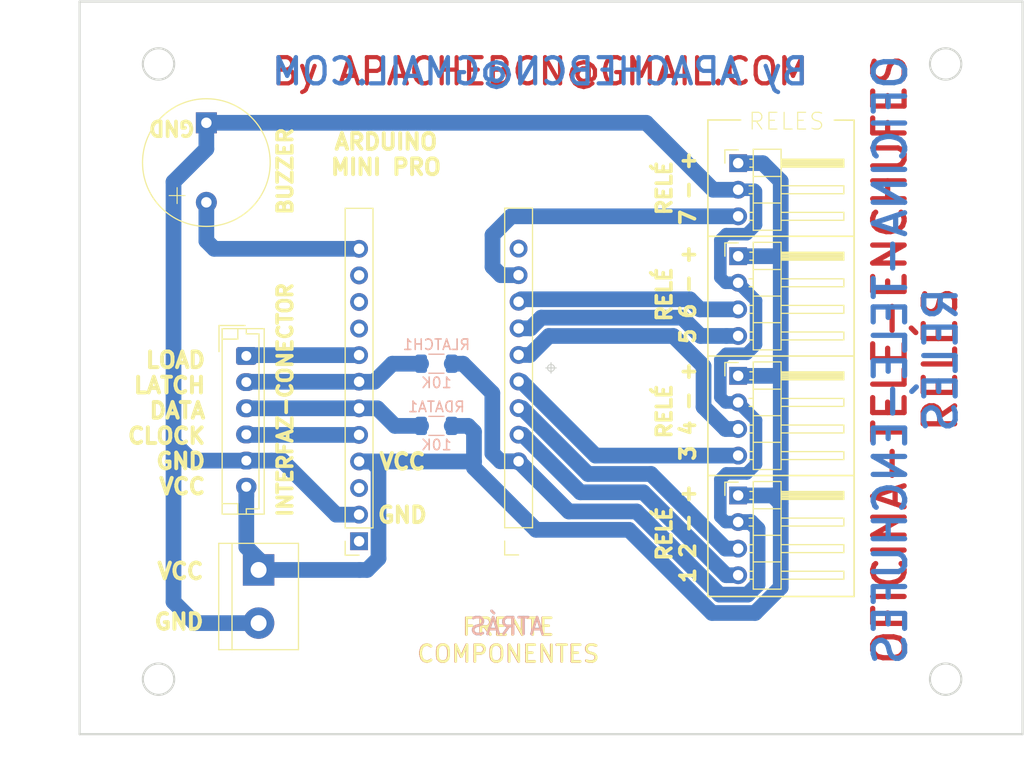
<source format=kicad_pcb>
(kicad_pcb (version 20171130) (host pcbnew 5.1.10)

  (general
    (thickness 1.6)
    (drawings 42)
    (tracks 139)
    (zones 0)
    (modules 11)
    (nets 21)
  )

  (page A4)
  (title_block
    (title "TERMOSTATO DIFERENCIAL")
    (company misolarcasero.com)
  )

  (layers
    (0 F.Cu power)
    (31 B.Cu jumper)
    (32 B.Adhes user)
    (33 F.Adhes user)
    (34 B.Paste user)
    (35 F.Paste user)
    (36 B.SilkS user)
    (37 F.SilkS user)
    (38 B.Mask user)
    (39 F.Mask user)
    (42 Eco1.User user)
    (43 Eco2.User user)
    (44 Edge.Cuts user)
    (45 Margin user)
    (46 B.CrtYd user)
    (47 F.CrtYd user)
    (48 B.Fab user)
    (49 F.Fab user)
  )

  (setup
    (last_trace_width 1.5)
    (user_trace_width 1)
    (trace_clearance 0.254)
    (zone_clearance 0.508)
    (zone_45_only no)
    (trace_min 0)
    (via_size 0.42)
    (via_drill 0.41)
    (via_min_size 0.4)
    (via_min_drill 0.408)
    (uvia_size 1)
    (uvia_drill 0.127)
    (uvias_allowed no)
    (uvia_min_size 0.408)
    (uvia_min_drill 0.127)
    (edge_width 0.2)
    (segment_width 0.2)
    (pcb_text_width 0.1)
    (pcb_text_size 1 1)
    (mod_edge_width 0.15)
    (mod_text_size 1 1)
    (mod_text_width 0.15)
    (pad_size 2 2)
    (pad_drill 0.8128)
    (pad_to_mask_clearance 0.4)
    (solder_mask_min_width 0.25)
    (aux_axis_origin 160.802 82.601)
    (grid_origin 160.802 82.601)
    (visible_elements FFFFFE6F)
    (pcbplotparams
      (layerselection 0x01030_ffffffff)
      (usegerberextensions true)
      (usegerberattributes true)
      (usegerberadvancedattributes true)
      (creategerberjobfile false)
      (gerberprecision 5)
      (excludeedgelayer false)
      (linewidth 0.150000)
      (plotframeref false)
      (viasonmask true)
      (mode 1)
      (useauxorigin false)
      (hpglpennumber 1)
      (hpglpenspeed 20)
      (hpglpendiameter 15.000000)
      (psnegative false)
      (psa4output false)
      (plotreference true)
      (plotvalue true)
      (plotinvisibletext false)
      (padsonsilk true)
      (subtractmaskfromsilk false)
      (outputformat 1)
      (mirror false)
      (drillshape 0)
      (scaleselection 1)
      (outputdirectory "GERBER/"))
  )

  (net 0 "")
  (net 1 GND)
  (net 2 VCC)
  (net 3 /12)
  (net 4 /RELE1)
  (net 5 /RELE7)
  (net 6 /RELE6)
  (net 7 /RELE5)
  (net 8 /RELE4)
  (net 9 /RELE3)
  (net 10 /RELE2)
  (net 11 /LOAD)
  (net 12 /LATCH)
  (net 13 /DATA)
  (net 14 /CLOCK)
  (net 15 "Net-(ARDUINO_L1-Pad12)")
  (net 16 "Net-(ARDUINO_R1-Pad3)")
  (net 17 "Net-(ARDUINO_R1-Pad11)")
  (net 18 "Net-(ARDUINO_R1-Pad10)")
  (net 19 "Net-(ARDUINO_R1-Pad9)")
  (net 20 "Net-(ARDUINO_R1-Pad1)")

  (net_class Default "This is the default net class."
    (clearance 0.254)
    (trace_width 1.5)
    (via_dia 0.42)
    (via_drill 0.41)
    (uvia_dia 1)
    (uvia_drill 0.127)
    (add_net /12)
    (add_net /CLOCK)
    (add_net /DATA)
    (add_net /LATCH)
    (add_net /LOAD)
    (add_net /RELE1)
    (add_net /RELE2)
    (add_net /RELE3)
    (add_net /RELE4)
    (add_net /RELE5)
    (add_net /RELE6)
    (add_net /RELE7)
    (add_net GND)
    (add_net "Net-(ARDUINO_L1-Pad12)")
    (add_net "Net-(ARDUINO_R1-Pad1)")
    (add_net "Net-(ARDUINO_R1-Pad10)")
    (add_net "Net-(ARDUINO_R1-Pad11)")
    (add_net "Net-(ARDUINO_R1-Pad3)")
    (add_net "Net-(ARDUINO_R1-Pad9)")
    (add_net VCC)
  )

  (net_class "pista fina" ""
    (clearance 0.254)
    (trace_width 0.8)
    (via_dia 1)
    (via_drill 0.635)
    (uvia_dia 1)
    (uvia_drill 0.127)
  )

  (net_class pista_super_fina ""
    (clearance 0.254)
    (trace_width 0.6)
    (via_dia 1)
    (via_drill 0.635)
    (uvia_dia 1)
    (uvia_drill 0.127)
  )

  (module TerminalBlock:TerminalBlock_bornier-2_P5.08mm (layer F.Cu) (tedit 59FF03AB) (tstamp 60FF4584)
    (at 132.862 101.905 270)
    (descr "simple 2-pin terminal block, pitch 5.08mm, revamped version of bornier2")
    (tags "terminal block bornier2")
    (path /60FF44EE)
    (fp_text reference J1 (at 2.54 -5.08 90) (layer F.SilkS) hide
      (effects (font (size 1 1) (thickness 0.15)))
    )
    (fp_text value Screw_Terminal_01x02 (at 2.54 5.08 90) (layer F.Fab) hide
      (effects (font (size 1 1) (thickness 0.15)))
    )
    (fp_line (start 7.79 4) (end -2.71 4) (layer F.CrtYd) (width 0.05))
    (fp_line (start 7.79 4) (end 7.79 -4) (layer F.CrtYd) (width 0.05))
    (fp_line (start -2.71 -4) (end -2.71 4) (layer F.CrtYd) (width 0.05))
    (fp_line (start -2.71 -4) (end 7.79 -4) (layer F.CrtYd) (width 0.05))
    (fp_line (start -2.54 3.81) (end 7.62 3.81) (layer F.SilkS) (width 0.12))
    (fp_line (start -2.54 -3.81) (end -2.54 3.81) (layer F.SilkS) (width 0.12))
    (fp_line (start 7.62 -3.81) (end -2.54 -3.81) (layer F.SilkS) (width 0.12))
    (fp_line (start 7.62 3.81) (end 7.62 -3.81) (layer F.SilkS) (width 0.12))
    (fp_line (start 7.62 2.54) (end -2.54 2.54) (layer F.SilkS) (width 0.12))
    (fp_line (start 7.54 -3.75) (end -2.46 -3.75) (layer F.Fab) (width 0.1))
    (fp_line (start 7.54 3.75) (end 7.54 -3.75) (layer F.Fab) (width 0.1))
    (fp_line (start -2.46 3.75) (end 7.54 3.75) (layer F.Fab) (width 0.1))
    (fp_line (start -2.46 -3.75) (end -2.46 3.75) (layer F.Fab) (width 0.1))
    (fp_line (start -2.41 2.55) (end 7.49 2.55) (layer F.Fab) (width 0.1))
    (fp_text user %R (at 2.54 0 90) (layer F.Fab) hide
      (effects (font (size 1 1) (thickness 0.15)))
    )
    (pad 2 thru_hole circle (at 5.08 0 270) (size 3 3) (drill 1.52) (layers *.Cu *.Mask)
      (net 1 GND))
    (pad 1 thru_hole rect (at 0 0 270) (size 3 3) (drill 1.52) (layers *.Cu *.Mask)
      (net 2 VCC))
    (model ${KISYS3DMOD}/TerminalBlock.3dshapes/TerminalBlock_bornier-2_P5.08mm.wrl
      (offset (xyz 2.539999961853027 0 0))
      (scale (xyz 1 1 1))
      (rotate (xyz 0 0 0))
    )
  )

  (module Connector_PinHeader_2.54mm:PinHeader_1x03_P2.54mm_Horizontal (layer F.Cu) (tedit 60A703EA) (tstamp 60A70712)
    (at 178.684 63.039)
    (descr "Through hole angled pin header, 1x03, 2.54mm pitch, 6mm pin length, single row")
    (tags "Through hole angled pin header THT 1x03 2.54mm single row")
    (path /608E101F)
    (fp_text reference RELE-7 (at 4.385 -2.27) (layer F.SilkS) hide
      (effects (font (size 1 1) (thickness 0.15)))
    )
    (fp_text value "+ - 3 4" (at 4.385 7.35) (layer F.Fab) hide
      (effects (font (size 1 1) (thickness 0.15)))
    )
    (fp_line (start 2.135 -1.27) (end 4.04 -1.27) (layer F.Fab) (width 0.1))
    (fp_line (start 4.04 -1.27) (end 4.04 6.35) (layer F.Fab) (width 0.1))
    (fp_line (start 4.04 6.35) (end 1.5 6.35) (layer F.Fab) (width 0.1))
    (fp_line (start 1.5 6.35) (end 1.5 -0.635) (layer F.Fab) (width 0.1))
    (fp_line (start 1.5 -0.635) (end 2.135 -1.27) (layer F.Fab) (width 0.1))
    (fp_line (start -0.32 -0.32) (end 1.5 -0.32) (layer F.Fab) (width 0.1))
    (fp_line (start -0.32 -0.32) (end -0.32 0.32) (layer F.Fab) (width 0.1))
    (fp_line (start -0.32 0.32) (end 1.5 0.32) (layer F.Fab) (width 0.1))
    (fp_line (start 4.04 -0.32) (end 10.04 -0.32) (layer F.Fab) (width 0.1))
    (fp_line (start 10.04 -0.32) (end 10.04 0.32) (layer F.Fab) (width 0.1))
    (fp_line (start 4.04 0.32) (end 10.04 0.32) (layer F.Fab) (width 0.1))
    (fp_line (start -0.32 2.22) (end 1.5 2.22) (layer F.Fab) (width 0.1))
    (fp_line (start -0.32 2.22) (end -0.32 2.86) (layer F.Fab) (width 0.1))
    (fp_line (start -0.32 2.86) (end 1.5 2.86) (layer F.Fab) (width 0.1))
    (fp_line (start 4.04 2.22) (end 10.04 2.22) (layer F.Fab) (width 0.1))
    (fp_line (start 10.04 2.22) (end 10.04 2.86) (layer F.Fab) (width 0.1))
    (fp_line (start 4.04 2.86) (end 10.04 2.86) (layer F.Fab) (width 0.1))
    (fp_line (start -0.32 4.76) (end 1.5 4.76) (layer F.Fab) (width 0.1))
    (fp_line (start -0.32 4.76) (end -0.32 5.4) (layer F.Fab) (width 0.1))
    (fp_line (start -0.32 5.4) (end 1.5 5.4) (layer F.Fab) (width 0.1))
    (fp_line (start 4.04 4.76) (end 10.04 4.76) (layer F.Fab) (width 0.1))
    (fp_line (start 10.04 4.76) (end 10.04 5.4) (layer F.Fab) (width 0.1))
    (fp_line (start 4.04 5.4) (end 10.04 5.4) (layer F.Fab) (width 0.1))
    (fp_line (start 1.44 -1.33) (end 1.44 6.41) (layer F.SilkS) (width 0.12))
    (fp_line (start 1.44 6.41) (end 4.1 6.41) (layer F.SilkS) (width 0.12))
    (fp_line (start 4.1 6.41) (end 4.1 -1.33) (layer F.SilkS) (width 0.12))
    (fp_line (start 4.1 -1.33) (end 1.44 -1.33) (layer F.SilkS) (width 0.12))
    (fp_line (start 4.1 -0.38) (end 10.1 -0.38) (layer F.SilkS) (width 0.12))
    (fp_line (start 10.1 -0.38) (end 10.1 0.38) (layer F.SilkS) (width 0.12))
    (fp_line (start 10.1 0.38) (end 4.1 0.38) (layer F.SilkS) (width 0.12))
    (fp_line (start 4.1 -0.32) (end 10.1 -0.32) (layer F.SilkS) (width 0.12))
    (fp_line (start 4.1 -0.2) (end 10.1 -0.2) (layer F.SilkS) (width 0.12))
    (fp_line (start 4.1 -0.08) (end 10.1 -0.08) (layer F.SilkS) (width 0.12))
    (fp_line (start 4.1 0.04) (end 10.1 0.04) (layer F.SilkS) (width 0.12))
    (fp_line (start 4.1 0.16) (end 10.1 0.16) (layer F.SilkS) (width 0.12))
    (fp_line (start 4.1 0.28) (end 10.1 0.28) (layer F.SilkS) (width 0.12))
    (fp_line (start 1.11 -0.38) (end 1.44 -0.38) (layer F.SilkS) (width 0.12))
    (fp_line (start 1.11 0.38) (end 1.44 0.38) (layer F.SilkS) (width 0.12))
    (fp_line (start 1.44 1.27) (end 4.1 1.27) (layer F.SilkS) (width 0.12))
    (fp_line (start 4.1 2.16) (end 10.1 2.16) (layer F.SilkS) (width 0.12))
    (fp_line (start 10.1 2.16) (end 10.1 2.92) (layer F.SilkS) (width 0.12))
    (fp_line (start 10.1 2.92) (end 4.1 2.92) (layer F.SilkS) (width 0.12))
    (fp_line (start 1.042929 2.16) (end 1.44 2.16) (layer F.SilkS) (width 0.12))
    (fp_line (start 1.042929 2.92) (end 1.44 2.92) (layer F.SilkS) (width 0.12))
    (fp_line (start 1.44 3.81) (end 4.1 3.81) (layer F.SilkS) (width 0.12))
    (fp_line (start 4.1 4.7) (end 10.1 4.7) (layer F.SilkS) (width 0.12))
    (fp_line (start 10.1 4.7) (end 10.1 5.46) (layer F.SilkS) (width 0.12))
    (fp_line (start 10.1 5.46) (end 4.1 5.46) (layer F.SilkS) (width 0.12))
    (fp_line (start 1.042929 4.7) (end 1.44 4.7) (layer F.SilkS) (width 0.12))
    (fp_line (start 1.042929 5.46) (end 1.44 5.46) (layer F.SilkS) (width 0.12))
    (fp_line (start -1.27 0) (end -1.27 -1.27) (layer F.SilkS) (width 0.12))
    (fp_line (start -1.27 -1.27) (end 0 -1.27) (layer F.SilkS) (width 0.12))
    (fp_line (start -1.8 -1.8) (end -1.8 6.85) (layer F.CrtYd) (width 0.05))
    (fp_line (start -1.8 6.85) (end 10.55 6.85) (layer F.CrtYd) (width 0.05))
    (fp_line (start 10.55 6.85) (end 10.55 -1.8) (layer F.CrtYd) (width 0.05))
    (fp_line (start 10.55 -1.8) (end -1.8 -1.8) (layer F.CrtYd) (width 0.05))
    (fp_text user %R (at 2.77 2.54 90) (layer F.Fab) hide
      (effects (font (size 1 1) (thickness 0.15)))
    )
    (pad 3 thru_hole oval (at 0 5.08) (size 1.7 1.7) (drill 1) (layers *.Cu *.Mask)
      (net 5 /RELE7))
    (pad 2 thru_hole oval (at 0 2.54) (size 1.7 1.7) (drill 1) (layers *.Cu *.Mask)
      (net 1 GND))
    (pad 1 thru_hole rect (at 0 0) (size 1.7 1.7) (drill 1) (layers *.Cu *.Mask)
      (net 2 VCC))
    (model ${KISYS3DMOD}/Connector_PinHeader_2.54mm.3dshapes/PinHeader_1x03_P2.54mm_Horizontal.wrl
      (at (xyz 0 0 0))
      (scale (xyz 1 1 1))
      (rotate (xyz 0 0 0))
    )
  )

  (module Connector_PinSocket_2.54mm:PinSocket_1x13_P2.54mm_Vertical (layer F.Cu) (tedit 60F33CE3) (tstamp 60F349FC)
    (at 157.7037 99.1427 180)
    (descr "Through hole straight socket strip, 1x13, 2.54mm pitch, single row (from Kicad 4.0.7), script generated")
    (tags "Through hole socket strip THT 1x13 2.54mm single row")
    (path /54B9C5FD)
    (fp_text reference ARDUINO_L1 (at 0 -2.77) (layer F.SilkS) hide
      (effects (font (size 1 1) (thickness 0.15)))
    )
    (fp_text value "ARDUINO L" (at 0 33.25) (layer F.Fab) hide
      (effects (font (size 1 1) (thickness 0.15)))
    )
    (fp_line (start -1.27 -1.27) (end 0.635 -1.27) (layer F.Fab) (width 0.1))
    (fp_line (start 0.635 -1.27) (end 1.27 -0.635) (layer F.Fab) (width 0.1))
    (fp_line (start 1.27 -0.635) (end 1.27 31.75) (layer F.Fab) (width 0.1))
    (fp_line (start 1.27 31.75) (end -1.27 31.75) (layer F.Fab) (width 0.1))
    (fp_line (start -1.27 31.75) (end -1.27 -1.27) (layer F.Fab) (width 0.1))
    (fp_line (start -1.33 1.27) (end 1.33 1.27) (layer F.SilkS) (width 0.12))
    (fp_line (start -1.33 1.27) (end -1.33 31.81) (layer F.SilkS) (width 0.12))
    (fp_line (start -1.33 31.81) (end 1.33 31.81) (layer F.SilkS) (width 0.12))
    (fp_line (start 1.33 1.27) (end 1.33 31.81) (layer F.SilkS) (width 0.12))
    (fp_line (start 1.33 -1.33) (end 1.33 0) (layer F.SilkS) (width 0.12))
    (fp_line (start 0 -1.33) (end 1.33 -1.33) (layer F.SilkS) (width 0.12))
    (fp_line (start -1.8 -1.8) (end 1.75 -1.8) (layer F.CrtYd) (width 0.05))
    (fp_line (start 1.75 -1.8) (end 1.75 32.25) (layer F.CrtYd) (width 0.05))
    (fp_line (start 1.75 32.25) (end -1.8 32.25) (layer F.CrtYd) (width 0.05))
    (fp_line (start -1.8 32.25) (end -1.8 -1.8) (layer F.CrtYd) (width 0.05))
    (fp_text user %R (at 0 15.24 90) (layer F.Fab) hide
      (effects (font (size 1 1) (thickness 0.15)))
    )
    (pad 5 thru_hole oval (at 0 10.16 180) (size 1.7 1.7) (drill 1) (layers *.Cu *.Mask)
      (net 4 /RELE1))
    (pad 6 thru_hole oval (at 0 12.7 180) (size 1.7 1.7) (drill 1) (layers *.Cu *.Mask)
      (net 10 /RELE2))
    (pad 7 thru_hole oval (at 0 15.24 180) (size 1.7 1.7) (drill 1) (layers *.Cu *.Mask)
      (net 9 /RELE3))
    (pad 8 thru_hole oval (at 0 17.78 180) (size 1.7 1.7) (drill 1) (layers *.Cu *.Mask)
      (net 8 /RELE4))
    (pad 9 thru_hole oval (at 0 20.32 180) (size 1.7 1.7) (drill 1) (layers *.Cu *.Mask)
      (net 7 /RELE5))
    (pad 10 thru_hole oval (at 0 22.86 180) (size 1.7 1.7) (drill 1) (layers *.Cu *.Mask)
      (net 6 /RELE6))
    (pad 11 thru_hole oval (at 0 25.4 180) (size 1.7 1.7) (drill 1) (layers *.Cu *.Mask)
      (net 5 /RELE7))
    (pad 12 thru_hole oval (at 0 27.94 180) (size 1.7 1.7) (drill 1) (layers *.Cu *.Mask)
      (net 15 "Net-(ARDUINO_L1-Pad12)"))
    (pad 4 thru_hole oval (at 0 7.62 180) (size 1.7 1.7) (drill 1) (layers *.Cu *.Mask)
      (net 1 GND))
    (model ${KISYS3DMOD}/Connector_PinSocket_2.54mm.3dshapes/PinSocket_1x13_P2.54mm_Vertical.wrl
      (at (xyz 0 0 0))
      (scale (xyz 1 1 1))
      (rotate (xyz 0 0 0))
    )
  )

  (module Connector_PinHeader_2.54mm:PinHeader_1x04_P2.54mm_Horizontal (layer F.Cu) (tedit 60A704C3) (tstamp 608B29BF)
    (at 178.684 94.789)
    (descr "Through hole angled pin header, 1x04, 2.54mm pitch, 6mm pin length, single row")
    (tags "Through hole angled pin header THT 1x04 2.54mm single row")
    (path /54BA95FF)
    (fp_text reference RELE-1-2 (at 0 -2.33) (layer F.SilkS) hide
      (effects (font (size 1 1) (thickness 0.15)))
    )
    (fp_text value "+ - 1 2" (at 0 9.95) (layer F.Fab) hide
      (effects (font (size 1 1) (thickness 0.15)))
    )
    (fp_line (start 2.135 -1.27) (end 4.04 -1.27) (layer F.Fab) (width 0.1))
    (fp_line (start 4.04 -1.27) (end 4.04 8.89) (layer F.Fab) (width 0.1))
    (fp_line (start 4.04 8.89) (end 1.5 8.89) (layer F.Fab) (width 0.1))
    (fp_line (start 1.5 8.89) (end 1.5 -0.635) (layer F.Fab) (width 0.1))
    (fp_line (start 1.5 -0.635) (end 2.135 -1.27) (layer F.Fab) (width 0.1))
    (fp_line (start -0.32 -0.32) (end 1.5 -0.32) (layer F.Fab) (width 0.1))
    (fp_line (start -0.32 -0.32) (end -0.32 0.32) (layer F.Fab) (width 0.1))
    (fp_line (start -0.32 0.32) (end 1.5 0.32) (layer F.Fab) (width 0.1))
    (fp_line (start 4.04 -0.32) (end 10.04 -0.32) (layer F.Fab) (width 0.1))
    (fp_line (start 10.04 -0.32) (end 10.04 0.32) (layer F.Fab) (width 0.1))
    (fp_line (start 4.04 0.32) (end 10.04 0.32) (layer F.Fab) (width 0.1))
    (fp_line (start -0.32 2.22) (end 1.5 2.22) (layer F.Fab) (width 0.1))
    (fp_line (start -0.32 2.22) (end -0.32 2.86) (layer F.Fab) (width 0.1))
    (fp_line (start -0.32 2.86) (end 1.5 2.86) (layer F.Fab) (width 0.1))
    (fp_line (start 4.04 2.22) (end 10.04 2.22) (layer F.Fab) (width 0.1))
    (fp_line (start 10.04 2.22) (end 10.04 2.86) (layer F.Fab) (width 0.1))
    (fp_line (start 4.04 2.86) (end 10.04 2.86) (layer F.Fab) (width 0.1))
    (fp_line (start -0.32 4.76) (end 1.5 4.76) (layer F.Fab) (width 0.1))
    (fp_line (start -0.32 4.76) (end -0.32 5.4) (layer F.Fab) (width 0.1))
    (fp_line (start -0.32 5.4) (end 1.5 5.4) (layer F.Fab) (width 0.1))
    (fp_line (start 4.04 4.76) (end 10.04 4.76) (layer F.Fab) (width 0.1))
    (fp_line (start 10.04 4.76) (end 10.04 5.4) (layer F.Fab) (width 0.1))
    (fp_line (start 4.04 5.4) (end 10.04 5.4) (layer F.Fab) (width 0.1))
    (fp_line (start -0.32 7.3) (end 1.5 7.3) (layer F.Fab) (width 0.1))
    (fp_line (start -0.32 7.3) (end -0.32 7.94) (layer F.Fab) (width 0.1))
    (fp_line (start -0.32 7.94) (end 1.5 7.94) (layer F.Fab) (width 0.1))
    (fp_line (start 4.04 7.3) (end 10.04 7.3) (layer F.Fab) (width 0.1))
    (fp_line (start 10.04 7.3) (end 10.04 7.94) (layer F.Fab) (width 0.1))
    (fp_line (start 4.04 7.94) (end 10.04 7.94) (layer F.Fab) (width 0.1))
    (fp_line (start 1.44 -1.33) (end 1.44 8.95) (layer F.SilkS) (width 0.12))
    (fp_line (start 1.44 8.95) (end 4.1 8.95) (layer F.SilkS) (width 0.12))
    (fp_line (start 4.1 8.95) (end 4.1 -1.33) (layer F.SilkS) (width 0.12))
    (fp_line (start 4.1 -1.33) (end 1.44 -1.33) (layer F.SilkS) (width 0.12))
    (fp_line (start 4.1 -0.38) (end 10.1 -0.38) (layer F.SilkS) (width 0.12))
    (fp_line (start 10.1 -0.38) (end 10.1 0.38) (layer F.SilkS) (width 0.12))
    (fp_line (start 10.1 0.38) (end 4.1 0.38) (layer F.SilkS) (width 0.12))
    (fp_line (start 4.1 -0.32) (end 10.1 -0.32) (layer F.SilkS) (width 0.12))
    (fp_line (start 4.1 -0.2) (end 10.1 -0.2) (layer F.SilkS) (width 0.12))
    (fp_line (start 4.1 -0.08) (end 10.1 -0.08) (layer F.SilkS) (width 0.12))
    (fp_line (start 4.1 0.04) (end 10.1 0.04) (layer F.SilkS) (width 0.12))
    (fp_line (start 4.1 0.16) (end 10.1 0.16) (layer F.SilkS) (width 0.12))
    (fp_line (start 4.1 0.28) (end 10.1 0.28) (layer F.SilkS) (width 0.12))
    (fp_line (start 1.11 -0.38) (end 1.44 -0.38) (layer F.SilkS) (width 0.12))
    (fp_line (start 1.11 0.38) (end 1.44 0.38) (layer F.SilkS) (width 0.12))
    (fp_line (start 1.44 1.27) (end 4.1 1.27) (layer F.SilkS) (width 0.12))
    (fp_line (start 4.1 2.16) (end 10.1 2.16) (layer F.SilkS) (width 0.12))
    (fp_line (start 10.1 2.16) (end 10.1 2.92) (layer F.SilkS) (width 0.12))
    (fp_line (start 10.1 2.92) (end 4.1 2.92) (layer F.SilkS) (width 0.12))
    (fp_line (start 1.042929 2.16) (end 1.44 2.16) (layer F.SilkS) (width 0.12))
    (fp_line (start 1.042929 2.92) (end 1.44 2.92) (layer F.SilkS) (width 0.12))
    (fp_line (start 1.44 3.81) (end 4.1 3.81) (layer F.SilkS) (width 0.12))
    (fp_line (start 4.1 4.7) (end 10.1 4.7) (layer F.SilkS) (width 0.12))
    (fp_line (start 10.1 4.7) (end 10.1 5.46) (layer F.SilkS) (width 0.12))
    (fp_line (start 10.1 5.46) (end 4.1 5.46) (layer F.SilkS) (width 0.12))
    (fp_line (start 1.042929 4.7) (end 1.44 4.7) (layer F.SilkS) (width 0.12))
    (fp_line (start 1.042929 5.46) (end 1.44 5.46) (layer F.SilkS) (width 0.12))
    (fp_line (start 1.44 6.35) (end 4.1 6.35) (layer F.SilkS) (width 0.12))
    (fp_line (start 4.1 7.24) (end 10.1 7.24) (layer F.SilkS) (width 0.12))
    (fp_line (start 10.1 7.24) (end 10.1 8) (layer F.SilkS) (width 0.12))
    (fp_line (start 10.1 8) (end 4.1 8) (layer F.SilkS) (width 0.12))
    (fp_line (start 1.042929 7.24) (end 1.44 7.24) (layer F.SilkS) (width 0.12))
    (fp_line (start 1.042929 8) (end 1.44 8) (layer F.SilkS) (width 0.12))
    (fp_line (start -1.27 0) (end -1.27 -1.27) (layer F.SilkS) (width 0.12))
    (fp_line (start -1.27 -1.27) (end 0 -1.27) (layer F.SilkS) (width 0.12))
    (fp_line (start -1.8 -1.8) (end -1.8 9.4) (layer F.CrtYd) (width 0.05))
    (fp_line (start -1.8 9.4) (end 10.55 9.4) (layer F.CrtYd) (width 0.05))
    (fp_line (start 10.55 9.4) (end 10.55 -1.8) (layer F.CrtYd) (width 0.05))
    (fp_line (start 10.55 -1.8) (end -1.8 -1.8) (layer F.CrtYd) (width 0.05))
    (fp_text user %R (at 0 3.81 270) (layer F.Fab) hide
      (effects (font (size 1 1) (thickness 0.15)))
    )
    (pad 4 thru_hole oval (at 0 7.62) (size 1.7 1.7) (drill 1) (layers *.Cu *.Mask)
      (net 4 /RELE1))
    (pad 3 thru_hole oval (at 0 5.08) (size 1.7 1.7) (drill 1) (layers *.Cu *.Mask)
      (net 10 /RELE2))
    (pad 2 thru_hole oval (at 0 2.54) (size 1.7 1.7) (drill 1) (layers *.Cu *.Mask)
      (net 1 GND))
    (pad 1 thru_hole rect (at 0 0) (size 1.7 1.7) (drill 1) (layers *.Cu *.Mask)
      (net 2 VCC))
    (model ${KISYS3DMOD}/Connector_PinHeader_2.54mm.3dshapes/PinHeader_1x04_P2.54mm_Horizontal.wrl
      (at (xyz 0 0 0))
      (scale (xyz 1 1 1))
      (rotate (xyz 0 0 0))
    )
  )

  (module Connector_JST:JST_EH_B6B-EH-A_1x06_P2.50mm_Vertical (layer F.Cu) (tedit 60F331D3) (tstamp 60F82D1B)
    (at 131.688 81.459 270)
    (descr "JST EH series connector, B6B-EH-A (http://www.jst-mfg.com/product/pdf/eng/eEH.pdf), generated with kicad-footprint-generator")
    (tags "connector JST EH vertical")
    (path /60931199)
    (fp_text reference INTERFAZ-CONECTOR1 (at 6.223 3.683 90) (layer F.SilkS) hide
      (effects (font (size 1 1) (thickness 0.15)))
    )
    (fp_text value "+ - CLOCK DATA LATCH LOAD" (at 6.25 3.4 90) (layer F.Fab) hide
      (effects (font (size 1 1) (thickness 0.15)))
    )
    (fp_line (start -2.91 2.61) (end -0.41 2.61) (layer F.Fab) (width 0.1))
    (fp_line (start -2.91 0.11) (end -2.91 2.61) (layer F.Fab) (width 0.1))
    (fp_line (start -2.91 2.61) (end -0.41 2.61) (layer F.SilkS) (width 0.12))
    (fp_line (start -2.91 0.11) (end -2.91 2.61) (layer F.SilkS) (width 0.12))
    (fp_line (start 14.11 0.81) (end 14.11 2.31) (layer F.SilkS) (width 0.12))
    (fp_line (start 15.11 0.81) (end 14.11 0.81) (layer F.SilkS) (width 0.12))
    (fp_line (start -1.61 0.81) (end -1.61 2.31) (layer F.SilkS) (width 0.12))
    (fp_line (start -2.61 0.81) (end -1.61 0.81) (layer F.SilkS) (width 0.12))
    (fp_line (start 14.61 0) (end 15.11 0) (layer F.SilkS) (width 0.12))
    (fp_line (start 14.61 -1.21) (end 14.61 0) (layer F.SilkS) (width 0.12))
    (fp_line (start -2.11 -1.21) (end 14.61 -1.21) (layer F.SilkS) (width 0.12))
    (fp_line (start -2.11 0) (end -2.11 -1.21) (layer F.SilkS) (width 0.12))
    (fp_line (start -2.61 0) (end -2.11 0) (layer F.SilkS) (width 0.12))
    (fp_line (start 15.11 -1.71) (end -2.61 -1.71) (layer F.SilkS) (width 0.12))
    (fp_line (start 15.11 2.31) (end 15.11 -1.71) (layer F.SilkS) (width 0.12))
    (fp_line (start -2.61 2.31) (end 15.11 2.31) (layer F.SilkS) (width 0.12))
    (fp_line (start -2.61 -1.71) (end -2.61 2.31) (layer F.SilkS) (width 0.12))
    (fp_line (start 15.5 -2.1) (end -3 -2.1) (layer F.CrtYd) (width 0.05))
    (fp_line (start 15.5 2.7) (end 15.5 -2.1) (layer F.CrtYd) (width 0.05))
    (fp_line (start -3 2.7) (end 15.5 2.7) (layer F.CrtYd) (width 0.05))
    (fp_line (start -3 -2.1) (end -3 2.7) (layer F.CrtYd) (width 0.05))
    (fp_line (start 15 -1.6) (end -2.5 -1.6) (layer F.Fab) (width 0.1))
    (fp_line (start 15 2.2) (end 15 -1.6) (layer F.Fab) (width 0.1))
    (fp_line (start -2.5 2.2) (end 15 2.2) (layer F.Fab) (width 0.1))
    (fp_line (start -2.5 -1.6) (end -2.5 2.2) (layer F.Fab) (width 0.1))
    (fp_text user %R (at 6.25 1.5 90) (layer F.Fab) hide
      (effects (font (size 1 1) (thickness 0.15)))
    )
    (pad 1 thru_hole roundrect (at 0 0 270) (size 1.7 1.95) (drill 0.95) (layers *.Cu *.Mask) (roundrect_rratio 0.1470588235294118)
      (net 11 /LOAD))
    (pad 2 thru_hole oval (at 2.5 0 270) (size 1.7 1.95) (drill 0.95) (layers *.Cu *.Mask)
      (net 12 /LATCH))
    (pad 3 thru_hole oval (at 5 0 270) (size 1.7 1.95) (drill 0.95) (layers *.Cu *.Mask)
      (net 13 /DATA))
    (pad 4 thru_hole oval (at 7.5 0 270) (size 1.7 1.95) (drill 0.95) (layers *.Cu *.Mask)
      (net 14 /CLOCK))
    (pad 5 thru_hole oval (at 10 0 270) (size 1.7 1.95) (drill 0.95) (layers *.Cu *.Mask)
      (net 1 GND))
    (pad 6 thru_hole oval (at 12.5 0 270) (size 1.7 1.95) (drill 0.95) (layers *.Cu *.Mask)
      (net 2 VCC))
    (model ${KISYS3DMOD}/Connector_JST.3dshapes/JST_EH_B6B-EH-A_1x06_P2.50mm_Vertical.wrl
      (at (xyz 0 0 0))
      (scale (xyz 1 1 1))
      (rotate (xyz 0 0 0))
    )
  )

  (module Connector_PinHeader_2.54mm:PinHeader_1x04_P2.54mm_Horizontal (layer F.Cu) (tedit 60A70497) (tstamp 608B2D76)
    (at 178.684 83.359)
    (descr "Through hole angled pin header, 1x04, 2.54mm pitch, 6mm pin length, single row")
    (tags "Through hole angled pin header THT 1x04 2.54mm single row")
    (path /54BA9611)
    (fp_text reference RELE-3-4 (at 0 -2.33) (layer F.SilkS) hide
      (effects (font (size 1 1) (thickness 0.15)))
    )
    (fp_text value "+ - 3 4" (at 0 9.95) (layer F.Fab) hide
      (effects (font (size 1 1) (thickness 0.15)))
    )
    (fp_line (start 10.55 -1.8) (end -1.8 -1.8) (layer F.CrtYd) (width 0.05))
    (fp_line (start 10.55 9.4) (end 10.55 -1.8) (layer F.CrtYd) (width 0.05))
    (fp_line (start -1.8 9.4) (end 10.55 9.4) (layer F.CrtYd) (width 0.05))
    (fp_line (start -1.8 -1.8) (end -1.8 9.4) (layer F.CrtYd) (width 0.05))
    (fp_line (start -1.27 -1.27) (end 0 -1.27) (layer F.SilkS) (width 0.12))
    (fp_line (start -1.27 0) (end -1.27 -1.27) (layer F.SilkS) (width 0.12))
    (fp_line (start 1.042929 8) (end 1.44 8) (layer F.SilkS) (width 0.12))
    (fp_line (start 1.042929 7.24) (end 1.44 7.24) (layer F.SilkS) (width 0.12))
    (fp_line (start 10.1 8) (end 4.1 8) (layer F.SilkS) (width 0.12))
    (fp_line (start 10.1 7.24) (end 10.1 8) (layer F.SilkS) (width 0.12))
    (fp_line (start 4.1 7.24) (end 10.1 7.24) (layer F.SilkS) (width 0.12))
    (fp_line (start 1.44 6.35) (end 4.1 6.35) (layer F.SilkS) (width 0.12))
    (fp_line (start 1.042929 5.46) (end 1.44 5.46) (layer F.SilkS) (width 0.12))
    (fp_line (start 1.042929 4.7) (end 1.44 4.7) (layer F.SilkS) (width 0.12))
    (fp_line (start 10.1 5.46) (end 4.1 5.46) (layer F.SilkS) (width 0.12))
    (fp_line (start 10.1 4.7) (end 10.1 5.46) (layer F.SilkS) (width 0.12))
    (fp_line (start 4.1 4.7) (end 10.1 4.7) (layer F.SilkS) (width 0.12))
    (fp_line (start 1.44 3.81) (end 4.1 3.81) (layer F.SilkS) (width 0.12))
    (fp_line (start 1.042929 2.92) (end 1.44 2.92) (layer F.SilkS) (width 0.12))
    (fp_line (start 1.042929 2.16) (end 1.44 2.16) (layer F.SilkS) (width 0.12))
    (fp_line (start 10.1 2.92) (end 4.1 2.92) (layer F.SilkS) (width 0.12))
    (fp_line (start 10.1 2.16) (end 10.1 2.92) (layer F.SilkS) (width 0.12))
    (fp_line (start 4.1 2.16) (end 10.1 2.16) (layer F.SilkS) (width 0.12))
    (fp_line (start 1.44 1.27) (end 4.1 1.27) (layer F.SilkS) (width 0.12))
    (fp_line (start 1.11 0.38) (end 1.44 0.38) (layer F.SilkS) (width 0.12))
    (fp_line (start 1.11 -0.38) (end 1.44 -0.38) (layer F.SilkS) (width 0.12))
    (fp_line (start 4.1 0.28) (end 10.1 0.28) (layer F.SilkS) (width 0.12))
    (fp_line (start 4.1 0.16) (end 10.1 0.16) (layer F.SilkS) (width 0.12))
    (fp_line (start 4.1 0.04) (end 10.1 0.04) (layer F.SilkS) (width 0.12))
    (fp_line (start 4.1 -0.08) (end 10.1 -0.08) (layer F.SilkS) (width 0.12))
    (fp_line (start 4.1 -0.2) (end 10.1 -0.2) (layer F.SilkS) (width 0.12))
    (fp_line (start 4.1 -0.32) (end 10.1 -0.32) (layer F.SilkS) (width 0.12))
    (fp_line (start 10.1 0.38) (end 4.1 0.38) (layer F.SilkS) (width 0.12))
    (fp_line (start 10.1 -0.38) (end 10.1 0.38) (layer F.SilkS) (width 0.12))
    (fp_line (start 4.1 -0.38) (end 10.1 -0.38) (layer F.SilkS) (width 0.12))
    (fp_line (start 4.1 -1.33) (end 1.44 -1.33) (layer F.SilkS) (width 0.12))
    (fp_line (start 4.1 8.95) (end 4.1 -1.33) (layer F.SilkS) (width 0.12))
    (fp_line (start 1.44 8.95) (end 4.1 8.95) (layer F.SilkS) (width 0.12))
    (fp_line (start 1.44 -1.33) (end 1.44 8.95) (layer F.SilkS) (width 0.12))
    (fp_line (start 4.04 7.94) (end 10.04 7.94) (layer F.Fab) (width 0.1))
    (fp_line (start 10.04 7.3) (end 10.04 7.94) (layer F.Fab) (width 0.1))
    (fp_line (start 4.04 7.3) (end 10.04 7.3) (layer F.Fab) (width 0.1))
    (fp_line (start -0.32 7.94) (end 1.5 7.94) (layer F.Fab) (width 0.1))
    (fp_line (start -0.32 7.3) (end -0.32 7.94) (layer F.Fab) (width 0.1))
    (fp_line (start -0.32 7.3) (end 1.5 7.3) (layer F.Fab) (width 0.1))
    (fp_line (start 4.04 5.4) (end 10.04 5.4) (layer F.Fab) (width 0.1))
    (fp_line (start 10.04 4.76) (end 10.04 5.4) (layer F.Fab) (width 0.1))
    (fp_line (start 4.04 4.76) (end 10.04 4.76) (layer F.Fab) (width 0.1))
    (fp_line (start -0.32 5.4) (end 1.5 5.4) (layer F.Fab) (width 0.1))
    (fp_line (start -0.32 4.76) (end -0.32 5.4) (layer F.Fab) (width 0.1))
    (fp_line (start -0.32 4.76) (end 1.5 4.76) (layer F.Fab) (width 0.1))
    (fp_line (start 4.04 2.86) (end 10.04 2.86) (layer F.Fab) (width 0.1))
    (fp_line (start 10.04 2.22) (end 10.04 2.86) (layer F.Fab) (width 0.1))
    (fp_line (start 4.04 2.22) (end 10.04 2.22) (layer F.Fab) (width 0.1))
    (fp_line (start -0.32 2.86) (end 1.5 2.86) (layer F.Fab) (width 0.1))
    (fp_line (start -0.32 2.22) (end -0.32 2.86) (layer F.Fab) (width 0.1))
    (fp_line (start -0.32 2.22) (end 1.5 2.22) (layer F.Fab) (width 0.1))
    (fp_line (start 4.04 0.32) (end 10.04 0.32) (layer F.Fab) (width 0.1))
    (fp_line (start 10.04 -0.32) (end 10.04 0.32) (layer F.Fab) (width 0.1))
    (fp_line (start 4.04 -0.32) (end 10.04 -0.32) (layer F.Fab) (width 0.1))
    (fp_line (start -0.32 0.32) (end 1.5 0.32) (layer F.Fab) (width 0.1))
    (fp_line (start -0.32 -0.32) (end -0.32 0.32) (layer F.Fab) (width 0.1))
    (fp_line (start -0.32 -0.32) (end 1.5 -0.32) (layer F.Fab) (width 0.1))
    (fp_line (start 1.5 -0.635) (end 2.135 -1.27) (layer F.Fab) (width 0.1))
    (fp_line (start 1.5 8.89) (end 1.5 -0.635) (layer F.Fab) (width 0.1))
    (fp_line (start 4.04 8.89) (end 1.5 8.89) (layer F.Fab) (width 0.1))
    (fp_line (start 4.04 -1.27) (end 4.04 8.89) (layer F.Fab) (width 0.1))
    (fp_line (start 2.135 -1.27) (end 4.04 -1.27) (layer F.Fab) (width 0.1))
    (fp_text user %R (at 0 3.81 270) (layer F.Fab) hide
      (effects (font (size 1 1) (thickness 0.15)))
    )
    (pad 1 thru_hole rect (at 0 0) (size 1.7 1.7) (drill 1) (layers *.Cu *.Mask)
      (net 2 VCC))
    (pad 2 thru_hole oval (at 0 2.54) (size 1.7 1.7) (drill 1) (layers *.Cu *.Mask)
      (net 1 GND))
    (pad 3 thru_hole oval (at 0 5.08) (size 1.7 1.7) (drill 1) (layers *.Cu *.Mask)
      (net 8 /RELE4))
    (pad 4 thru_hole oval (at 0 7.62) (size 1.7 1.7) (drill 1) (layers *.Cu *.Mask)
      (net 9 /RELE3))
    (model ${KISYS3DMOD}/Connector_PinHeader_2.54mm.3dshapes/PinHeader_1x04_P2.54mm_Horizontal.wrl
      (at (xyz 0 0 0))
      (scale (xyz 1 1 1))
      (rotate (xyz 0 0 0))
    )
  )

  (module Connector_PinHeader_2.54mm:PinHeader_1x04_P2.54mm_Horizontal (layer F.Cu) (tedit 60A70473) (tstamp 608B2EB7)
    (at 178.684 71.929)
    (descr "Through hole angled pin header, 1x04, 2.54mm pitch, 6mm pin length, single row")
    (tags "Through hole angled pin header THT 1x04 2.54mm single row")
    (path /608BA5D3)
    (fp_text reference RELE-5-6 (at 4.385 -2.27) (layer F.SilkS) hide
      (effects (font (size 1 1) (thickness 0.15)))
    )
    (fp_text value "+ - 3 4" (at 4.385 9.89) (layer F.Fab) hide
      (effects (font (size 1 1) (thickness 0.15)))
    )
    (fp_line (start 10.55 -1.8) (end -1.8 -1.8) (layer F.CrtYd) (width 0.05))
    (fp_line (start 10.55 9.4) (end 10.55 -1.8) (layer F.CrtYd) (width 0.05))
    (fp_line (start -1.8 9.4) (end 10.55 9.4) (layer F.CrtYd) (width 0.05))
    (fp_line (start -1.8 -1.8) (end -1.8 9.4) (layer F.CrtYd) (width 0.05))
    (fp_line (start -1.27 -1.27) (end 0 -1.27) (layer F.SilkS) (width 0.12))
    (fp_line (start -1.27 0) (end -1.27 -1.27) (layer F.SilkS) (width 0.12))
    (fp_line (start 1.042929 8) (end 1.44 8) (layer F.SilkS) (width 0.12))
    (fp_line (start 1.042929 7.24) (end 1.44 7.24) (layer F.SilkS) (width 0.12))
    (fp_line (start 10.1 8) (end 4.1 8) (layer F.SilkS) (width 0.12))
    (fp_line (start 10.1 7.24) (end 10.1 8) (layer F.SilkS) (width 0.12))
    (fp_line (start 4.1 7.24) (end 10.1 7.24) (layer F.SilkS) (width 0.12))
    (fp_line (start 1.44 6.35) (end 4.1 6.35) (layer F.SilkS) (width 0.12))
    (fp_line (start 1.042929 5.46) (end 1.44 5.46) (layer F.SilkS) (width 0.12))
    (fp_line (start 1.042929 4.7) (end 1.44 4.7) (layer F.SilkS) (width 0.12))
    (fp_line (start 10.1 5.46) (end 4.1 5.46) (layer F.SilkS) (width 0.12))
    (fp_line (start 10.1 4.7) (end 10.1 5.46) (layer F.SilkS) (width 0.12))
    (fp_line (start 4.1 4.7) (end 10.1 4.7) (layer F.SilkS) (width 0.12))
    (fp_line (start 1.44 3.81) (end 4.1 3.81) (layer F.SilkS) (width 0.12))
    (fp_line (start 1.042929 2.92) (end 1.44 2.92) (layer F.SilkS) (width 0.12))
    (fp_line (start 1.042929 2.16) (end 1.44 2.16) (layer F.SilkS) (width 0.12))
    (fp_line (start 10.1 2.92) (end 4.1 2.92) (layer F.SilkS) (width 0.12))
    (fp_line (start 10.1 2.16) (end 10.1 2.92) (layer F.SilkS) (width 0.12))
    (fp_line (start 4.1 2.16) (end 10.1 2.16) (layer F.SilkS) (width 0.12))
    (fp_line (start 1.44 1.27) (end 4.1 1.27) (layer F.SilkS) (width 0.12))
    (fp_line (start 1.11 0.38) (end 1.44 0.38) (layer F.SilkS) (width 0.12))
    (fp_line (start 1.11 -0.38) (end 1.44 -0.38) (layer F.SilkS) (width 0.12))
    (fp_line (start 4.1 0.28) (end 10.1 0.28) (layer F.SilkS) (width 0.12))
    (fp_line (start 4.1 0.16) (end 10.1 0.16) (layer F.SilkS) (width 0.12))
    (fp_line (start 4.1 0.04) (end 10.1 0.04) (layer F.SilkS) (width 0.12))
    (fp_line (start 4.1 -0.08) (end 10.1 -0.08) (layer F.SilkS) (width 0.12))
    (fp_line (start 4.1 -0.2) (end 10.1 -0.2) (layer F.SilkS) (width 0.12))
    (fp_line (start 4.1 -0.32) (end 10.1 -0.32) (layer F.SilkS) (width 0.12))
    (fp_line (start 10.1 0.38) (end 4.1 0.38) (layer F.SilkS) (width 0.12))
    (fp_line (start 10.1 -0.38) (end 10.1 0.38) (layer F.SilkS) (width 0.12))
    (fp_line (start 4.1 -0.38) (end 10.1 -0.38) (layer F.SilkS) (width 0.12))
    (fp_line (start 4.1 -1.33) (end 1.44 -1.33) (layer F.SilkS) (width 0.12))
    (fp_line (start 4.1 8.95) (end 4.1 -1.33) (layer F.SilkS) (width 0.12))
    (fp_line (start 1.44 8.95) (end 4.1 8.95) (layer F.SilkS) (width 0.12))
    (fp_line (start 1.44 -1.33) (end 1.44 8.95) (layer F.SilkS) (width 0.12))
    (fp_line (start 4.04 7.94) (end 10.04 7.94) (layer F.Fab) (width 0.1))
    (fp_line (start 10.04 7.3) (end 10.04 7.94) (layer F.Fab) (width 0.1))
    (fp_line (start 4.04 7.3) (end 10.04 7.3) (layer F.Fab) (width 0.1))
    (fp_line (start -0.32 7.94) (end 1.5 7.94) (layer F.Fab) (width 0.1))
    (fp_line (start -0.32 7.3) (end -0.32 7.94) (layer F.Fab) (width 0.1))
    (fp_line (start -0.32 7.3) (end 1.5 7.3) (layer F.Fab) (width 0.1))
    (fp_line (start 4.04 5.4) (end 10.04 5.4) (layer F.Fab) (width 0.1))
    (fp_line (start 10.04 4.76) (end 10.04 5.4) (layer F.Fab) (width 0.1))
    (fp_line (start 4.04 4.76) (end 10.04 4.76) (layer F.Fab) (width 0.1))
    (fp_line (start -0.32 5.4) (end 1.5 5.4) (layer F.Fab) (width 0.1))
    (fp_line (start -0.32 4.76) (end -0.32 5.4) (layer F.Fab) (width 0.1))
    (fp_line (start -0.32 4.76) (end 1.5 4.76) (layer F.Fab) (width 0.1))
    (fp_line (start 4.04 2.86) (end 10.04 2.86) (layer F.Fab) (width 0.1))
    (fp_line (start 10.04 2.22) (end 10.04 2.86) (layer F.Fab) (width 0.1))
    (fp_line (start 4.04 2.22) (end 10.04 2.22) (layer F.Fab) (width 0.1))
    (fp_line (start -0.32 2.86) (end 1.5 2.86) (layer F.Fab) (width 0.1))
    (fp_line (start -0.32 2.22) (end -0.32 2.86) (layer F.Fab) (width 0.1))
    (fp_line (start -0.32 2.22) (end 1.5 2.22) (layer F.Fab) (width 0.1))
    (fp_line (start 4.04 0.32) (end 10.04 0.32) (layer F.Fab) (width 0.1))
    (fp_line (start 10.04 -0.32) (end 10.04 0.32) (layer F.Fab) (width 0.1))
    (fp_line (start 4.04 -0.32) (end 10.04 -0.32) (layer F.Fab) (width 0.1))
    (fp_line (start -0.32 0.32) (end 1.5 0.32) (layer F.Fab) (width 0.1))
    (fp_line (start -0.32 -0.32) (end -0.32 0.32) (layer F.Fab) (width 0.1))
    (fp_line (start -0.32 -0.32) (end 1.5 -0.32) (layer F.Fab) (width 0.1))
    (fp_line (start 1.5 -0.635) (end 2.135 -1.27) (layer F.Fab) (width 0.1))
    (fp_line (start 1.5 8.89) (end 1.5 -0.635) (layer F.Fab) (width 0.1))
    (fp_line (start 4.04 8.89) (end 1.5 8.89) (layer F.Fab) (width 0.1))
    (fp_line (start 4.04 -1.27) (end 4.04 8.89) (layer F.Fab) (width 0.1))
    (fp_line (start 2.135 -1.27) (end 4.04 -1.27) (layer F.Fab) (width 0.1))
    (fp_text user %R (at 2.77 3.81 90) (layer F.Fab) hide
      (effects (font (size 1 1) (thickness 0.15)))
    )
    (pad 1 thru_hole rect (at 0 0) (size 1.7 1.7) (drill 1) (layers *.Cu *.Mask)
      (net 2 VCC))
    (pad 2 thru_hole oval (at 0 2.54) (size 1.7 1.7) (drill 1) (layers *.Cu *.Mask)
      (net 1 GND))
    (pad 3 thru_hole oval (at 0 5.08) (size 1.7 1.7) (drill 1) (layers *.Cu *.Mask)
      (net 6 /RELE6))
    (pad 4 thru_hole oval (at 0 7.62) (size 1.7 1.7) (drill 1) (layers *.Cu *.Mask)
      (net 7 /RELE5))
    (model ${KISYS3DMOD}/Connector_PinHeader_2.54mm.3dshapes/PinHeader_1x04_P2.54mm_Horizontal.wrl
      (at (xyz 0 0 0))
      (scale (xyz 1 1 1))
      (rotate (xyz 0 0 0))
    )
  )

  (module Connector_PinSocket_2.54mm:PinSocket_1x13_P2.54mm_Vertical (layer F.Cu) (tedit 607391F0) (tstamp 60F34A51)
    (at 142.4637 99.1627 180)
    (descr "Through hole straight socket strip, 1x13, 2.54mm pitch, single row (from Kicad 4.0.7), script generated")
    (tags "Through hole socket strip THT 1x13 2.54mm single row")
    (path /54B9C60A)
    (fp_text reference ARDUINO_R1 (at 0 -2.77) (layer F.SilkS) hide
      (effects (font (size 1 1) (thickness 0.15)))
    )
    (fp_text value ARDUINO_R (at 0 33.25) (layer F.Fab) hide
      (effects (font (size 1 1) (thickness 0.15)))
    )
    (fp_line (start -1.8 32.25) (end -1.8 -1.8) (layer F.CrtYd) (width 0.05))
    (fp_line (start 1.75 32.25) (end -1.8 32.25) (layer F.CrtYd) (width 0.05))
    (fp_line (start 1.75 -1.8) (end 1.75 32.25) (layer F.CrtYd) (width 0.05))
    (fp_line (start -1.8 -1.8) (end 1.75 -1.8) (layer F.CrtYd) (width 0.05))
    (fp_line (start 0 -1.33) (end 1.33 -1.33) (layer F.SilkS) (width 0.12))
    (fp_line (start 1.33 -1.33) (end 1.33 0) (layer F.SilkS) (width 0.12))
    (fp_line (start 1.33 1.27) (end 1.33 31.81) (layer F.SilkS) (width 0.12))
    (fp_line (start -1.33 31.81) (end 1.33 31.81) (layer F.SilkS) (width 0.12))
    (fp_line (start -1.33 1.27) (end -1.33 31.81) (layer F.SilkS) (width 0.12))
    (fp_line (start -1.33 1.27) (end 1.33 1.27) (layer F.SilkS) (width 0.12))
    (fp_line (start -1.27 31.75) (end -1.27 -1.27) (layer F.Fab) (width 0.1))
    (fp_line (start 1.27 31.75) (end -1.27 31.75) (layer F.Fab) (width 0.1))
    (fp_line (start 1.27 -0.635) (end 1.27 31.75) (layer F.Fab) (width 0.1))
    (fp_line (start 0.635 -1.27) (end 1.27 -0.635) (layer F.Fab) (width 0.1))
    (fp_line (start -1.27 -1.27) (end 0.635 -1.27) (layer F.Fab) (width 0.1))
    (fp_text user %R (at 0 15.24 90) (layer F.Fab) hide
      (effects (font (size 1 1) (thickness 0.15)))
    )
    (pad 12 thru_hole oval (at 0 27.94 180) (size 1.7 1.7) (drill 1) (layers *.Cu *.Mask)
      (net 3 /12))
    (pad 11 thru_hole oval (at 0 25.4 180) (size 1.7 1.7) (drill 1) (layers *.Cu *.Mask)
      (net 17 "Net-(ARDUINO_R1-Pad11)"))
    (pad 10 thru_hole oval (at 0 22.86 180) (size 1.7 1.7) (drill 1) (layers *.Cu *.Mask)
      (net 18 "Net-(ARDUINO_R1-Pad10)"))
    (pad 9 thru_hole oval (at 0 20.32 180) (size 1.7 1.7) (drill 1) (layers *.Cu *.Mask)
      (net 19 "Net-(ARDUINO_R1-Pad9)"))
    (pad 8 thru_hole oval (at 0 17.78 180) (size 1.7 1.7) (drill 1) (layers *.Cu *.Mask)
      (net 11 /LOAD))
    (pad 7 thru_hole oval (at 0 15.24 180) (size 1.7 1.7) (drill 1) (layers *.Cu *.Mask)
      (net 12 /LATCH))
    (pad 6 thru_hole oval (at 0 12.7 180) (size 1.7 1.7) (drill 1) (layers *.Cu *.Mask)
      (net 13 /DATA))
    (pad 5 thru_hole oval (at 0 10.16 180) (size 1.7 1.7) (drill 1) (layers *.Cu *.Mask)
      (net 14 /CLOCK))
    (pad 4 thru_hole oval (at 0 7.62 180) (size 1.7 1.7) (drill 1) (layers *.Cu *.Mask)
      (net 2 VCC))
    (pad 3 thru_hole oval (at 0 5.08 180) (size 1.7 1.7) (drill 1) (layers *.Cu *.Mask)
      (net 16 "Net-(ARDUINO_R1-Pad3)"))
    (pad 2 thru_hole oval (at 0 2.54 180) (size 1.7 1.7) (drill 1) (layers *.Cu *.Mask)
      (net 1 GND))
    (pad 1 thru_hole rect (at 0 0 180) (size 1.7 1.7) (drill 1) (layers *.Cu *.Mask)
      (net 20 "Net-(ARDUINO_R1-Pad1)"))
    (model ${KISYS3DMOD}/Connector_PinSocket_2.54mm.3dshapes/PinSocket_1x13_P2.54mm_Vertical.wrl
      (at (xyz 0 0 0))
      (scale (xyz 1 1 1))
      (rotate (xyz 0 0 0))
    )
  )

  (module Buzzer_Beeper:Buzzer_12x9.5RM7.6 (layer F.Cu) (tedit 5A030281) (tstamp 608B2A90)
    (at 127.871 59.182 270)
    (descr "Generic Buzzer, D12mm height 9.5mm with RM7.6mm")
    (tags buzzer)
    (path /54BA896E)
    (fp_text reference BUZZER1 (at 3.8 -7.2 270) (layer F.SilkS) hide
      (effects (font (size 1 1) (thickness 0.15)))
    )
    (fp_text value SPEAKER (at 3.8 7.4 270) (layer F.Fab) hide
      (effects (font (size 1 1) (thickness 0.15)))
    )
    (fp_circle (center 3.8 0) (end 10.05 0) (layer F.CrtYd) (width 0.05))
    (fp_circle (center 3.8 0) (end 9.8 0) (layer F.Fab) (width 0.1))
    (fp_circle (center 3.8 0) (end 4.8 0) (layer F.Fab) (width 0.1))
    (fp_circle (center 3.8 0) (end 9.9 0) (layer F.SilkS) (width 0.12))
    (fp_text user + (at -0.01 -2.54 270) (layer F.Fab) hide
      (effects (font (size 1 1) (thickness 0.15)))
    )
    (fp_text user + (at -0.01 -2.54 270) (layer F.SilkS) hide
      (effects (font (size 1 1) (thickness 0.15)))
    )
    (fp_text user %R (at 3.8 -4 270) (layer F.Fab) hide
      (effects (font (size 1 1) (thickness 0.15)))
    )
    (pad 1 thru_hole rect (at 0 0 270) (size 2 2) (drill 1) (layers *.Cu *.Mask)
      (net 1 GND))
    (pad 2 thru_hole circle (at 7.6 0 270) (size 2 2) (drill 1) (layers *.Cu *.Mask)
      (net 3 /12))
    (model ${KISYS3DMOD}/Buzzer_Beeper.3dshapes/Buzzer_12x9.5RM7.6.wrl
      (at (xyz 0 0 0))
      (scale (xyz 1 1 0.6))
      (rotate (xyz 0 0 0))
    )
  )

  (module Resistor_SMD:R_1206_3216Metric (layer B.Cu) (tedit 5F68FEEE) (tstamp 6101C988)
    (at 149.852 88.141 180)
    (descr "Resistor SMD 1206 (3216 Metric), square (rectangular) end terminal, IPC_7351 nominal, (Body size source: IPC-SM-782 page 72, https://www.pcb-3d.com/wordpress/wp-content/uploads/ipc-sm-782a_amendment_1_and_2.pdf), generated with kicad-footprint-generator")
    (tags resistor)
    (path /610257C9)
    (attr smd)
    (fp_text reference RDATA1 (at 0 1.82 180) (layer B.SilkS)
      (effects (font (size 1 1) (thickness 0.15)) (justify mirror))
    )
    (fp_text value 10K (at 0 -1.82 180) (layer B.SilkS)
      (effects (font (size 1 1) (thickness 0.15)) (justify mirror))
    )
    (fp_text user %R (at 0 0 180) (layer B.Fab)
      (effects (font (size 0.8 0.8) (thickness 0.12)) (justify mirror))
    )
    (fp_line (start -1.6 -0.8) (end -1.6 0.8) (layer B.Fab) (width 0.1))
    (fp_line (start -1.6 0.8) (end 1.6 0.8) (layer B.Fab) (width 0.1))
    (fp_line (start 1.6 0.8) (end 1.6 -0.8) (layer B.Fab) (width 0.1))
    (fp_line (start 1.6 -0.8) (end -1.6 -0.8) (layer B.Fab) (width 0.1))
    (fp_line (start -0.727064 0.91) (end 0.727064 0.91) (layer B.SilkS) (width 0.12))
    (fp_line (start -0.727064 -0.91) (end 0.727064 -0.91) (layer B.SilkS) (width 0.12))
    (fp_line (start -2.28 -1.12) (end -2.28 1.12) (layer B.CrtYd) (width 0.05))
    (fp_line (start -2.28 1.12) (end 2.28 1.12) (layer B.CrtYd) (width 0.05))
    (fp_line (start 2.28 1.12) (end 2.28 -1.12) (layer B.CrtYd) (width 0.05))
    (fp_line (start 2.28 -1.12) (end -2.28 -1.12) (layer B.CrtYd) (width 0.05))
    (pad 2 smd roundrect (at 1.4625 0 180) (size 1.125 1.75) (layers B.Cu B.Paste B.Mask) (roundrect_rratio 0.222222)
      (net 13 /DATA))
    (pad 1 smd roundrect (at -1.4625 0 180) (size 1.125 1.75) (layers B.Cu B.Paste B.Mask) (roundrect_rratio 0.222222)
      (net 2 VCC))
    (model ${KISYS3DMOD}/Resistor_SMD.3dshapes/R_1206_3216Metric.wrl
      (at (xyz 0 0 0))
      (scale (xyz 1 1 1))
      (rotate (xyz 0 0 0))
    )
  )

  (module Resistor_SMD:R_1206_3216Metric (layer B.Cu) (tedit 5F68FEEE) (tstamp 6101CB20)
    (at 149.852 82.201 180)
    (descr "Resistor SMD 1206 (3216 Metric), square (rectangular) end terminal, IPC_7351 nominal, (Body size source: IPC-SM-782 page 72, https://www.pcb-3d.com/wordpress/wp-content/uploads/ipc-sm-782a_amendment_1_and_2.pdf), generated with kicad-footprint-generator")
    (tags resistor)
    (path /61024BE1)
    (attr smd)
    (fp_text reference RLATCH1 (at 0 1.82 180) (layer B.SilkS)
      (effects (font (size 1 1) (thickness 0.15)) (justify mirror))
    )
    (fp_text value 10K (at 0 -1.82 180) (layer B.SilkS)
      (effects (font (size 1 1) (thickness 0.15)) (justify mirror))
    )
    (fp_line (start 2.28 -1.12) (end -2.28 -1.12) (layer B.CrtYd) (width 0.05))
    (fp_line (start 2.28 1.12) (end 2.28 -1.12) (layer B.CrtYd) (width 0.05))
    (fp_line (start -2.28 1.12) (end 2.28 1.12) (layer B.CrtYd) (width 0.05))
    (fp_line (start -2.28 -1.12) (end -2.28 1.12) (layer B.CrtYd) (width 0.05))
    (fp_line (start -0.727064 -0.91) (end 0.727064 -0.91) (layer B.SilkS) (width 0.12))
    (fp_line (start -0.727064 0.91) (end 0.727064 0.91) (layer B.SilkS) (width 0.12))
    (fp_line (start 1.6 -0.8) (end -1.6 -0.8) (layer B.Fab) (width 0.1))
    (fp_line (start 1.6 0.8) (end 1.6 -0.8) (layer B.Fab) (width 0.1))
    (fp_line (start -1.6 0.8) (end 1.6 0.8) (layer B.Fab) (width 0.1))
    (fp_line (start -1.6 -0.8) (end -1.6 0.8) (layer B.Fab) (width 0.1))
    (fp_text user %R (at 0 0 180) (layer B.Fab)
      (effects (font (size 0.8 0.8) (thickness 0.12)) (justify mirror))
    )
    (pad 1 smd roundrect (at -1.4625 0 180) (size 1.125 1.75) (layers B.Cu B.Paste B.Mask) (roundrect_rratio 0.222222)
      (net 1 GND))
    (pad 2 smd roundrect (at 1.4625 0 180) (size 1.125 1.75) (layers B.Cu B.Paste B.Mask) (roundrect_rratio 0.222222)
      (net 12 /LATCH))
    (model ${KISYS3DMOD}/Resistor_SMD.3dshapes/R_1206_3216Metric.wrl
      (at (xyz 0 0 0))
      (scale (xyz 1 1 1))
      (rotate (xyz 0 0 0))
    )
  )

  (gr_text "By APACHEBCN@GMAIL.COM" (at 159.761 54.276) (layer F.Cu) (tstamp 60FF4D50)
    (effects (font (size 2.5 2.5) (thickness 0.4)))
  )
  (gr_text "VCC\n\nGND" (at 127.782 104.445) (layer F.SilkS) (tstamp 60FF4B2A)
    (effects (font (size 1.5 1.5) (thickness 0.375)) (justify right))
  )
  (gr_text ATRÁS (at 156.607 107.293) (layer B.SilkS) (tstamp 60FEF54D)
    (effects (font (size 1.6 1.6) (thickness 0.25)) (justify mirror))
  )
  (gr_text "FRENTE\nCOMPONENTES" (at 156.738 108.632) (layer F.SilkS) (tstamp 60FEF547)
    (effects (font (size 1.6 1.6) (thickness 0.25)))
  )
  (target plus (at 160.802 82.601) (size 1) (width 0.1) (layer Edge.Cuts))
  (gr_text GND (at 146.599 96.658) (layer F.SilkS) (tstamp 60FCC4A4)
    (effects (font (size 1.5 1.5) (thickness 0.375)))
  )
  (gr_text VCC (at 146.599 91.558) (layer F.SilkS) (tstamp 60FCC491)
    (effects (font (size 1.5 1.5) (thickness 0.375)))
  )
  (gr_line (start 115.7602 117.5989) (end 115.7602 47.5989) (angle 90) (layer Edge.Cuts) (width 0.2) (tstamp 6072E5A1))
  (gr_line (start 205.8502 47.5989) (end 115.7602 47.5989) (angle 90) (layer Edge.Cuts) (width 0.2) (tstamp 6077583D))
  (gr_line (start 205.8502 117.5989) (end 205.8502 47.5989) (angle 90) (layer Edge.Cuts) (width 0.2) (tstamp 6072E5AA))
  (gr_line (start 115.7602 117.5989) (end 205.8502 117.5989) (angle 90) (layer Edge.Cuts) (width 0.2) (tstamp 6072E5A7))
  (gr_circle (center 198.506 112.343) (end 200.006 112.343) (layer Edge.Cuts) (width 0.2) (tstamp 60F47AD5))
  (gr_circle (center 198.506 53.559) (end 200.006 53.559) (layer Edge.Cuts) (width 0.2) (tstamp 60F47568))
  (gr_circle (center 123.299 53.559) (end 124.799 53.559) (layer Edge.Cuts) (width 0.2) (tstamp 6076D8A4))
  (gr_circle (center 123.299 112.343) (end 124.799 112.343) (layer Edge.Cuts) (width 0.2) (tstamp 60F47AC2))
  (gr_text BUZZER (at 135.402 63.805 90) (layer F.SilkS) (tstamp 608B2F6E)
    (effects (font (size 1.4 1.4) (thickness 0.35)))
  )
  (gr_line (start 179.391 65.61) (end 178.9 65.647) (layer Cmts.User) (width 0.15))
  (dimension 90.09 (width 0.3) (layer Eco1.User)
    (gr_text "90,090 mm" (at 160.8052 122.25) (layer Eco1.User)
      (effects (font (size 1 1) (thickness 0.15)))
    )
    (feature1 (pts (xy 205.8502 117.5989) (xy 205.8502 121.386421)))
    (feature2 (pts (xy 115.7602 117.5989) (xy 115.7602 121.386421)))
    (crossbar (pts (xy 115.7602 120.8) (xy 205.8502 120.8)))
    (arrow1a (pts (xy 205.8502 120.8) (xy 204.723696 121.386421)))
    (arrow1b (pts (xy 205.8502 120.8) (xy 204.723696 120.213579)))
    (arrow2a (pts (xy 115.7602 120.8) (xy 116.886704 121.386421)))
    (arrow2b (pts (xy 115.7602 120.8) (xy 116.886704 120.213579)))
  )
  (dimension 70 (width 0.3) (layer Eco1.User)
    (gr_text "70,000 mm" (at 111.669 82.5989 270) (layer Eco1.User)
      (effects (font (size 1 1) (thickness 0.15)))
    )
    (feature1 (pts (xy 115.7602 117.5989) (xy 112.532579 117.5989)))
    (feature2 (pts (xy 115.7602 47.5989) (xy 112.532579 47.5989)))
    (crossbar (pts (xy 113.119 47.5989) (xy 113.119 117.5989)))
    (arrow1a (pts (xy 113.119 117.5989) (xy 112.532579 116.472396)))
    (arrow1b (pts (xy 113.119 117.5989) (xy 113.705421 116.472396)))
    (arrow2a (pts (xy 113.119 47.5989) (xy 112.532579 48.725404)))
    (arrow2b (pts (xy 113.119 47.5989) (xy 113.705421 48.725404)))
  )
  (gr_text "OFICINA-TELE-ENCHUFES\nRELÉS" (at 195.64 81.846 90) (layer B.Cu)
    (effects (font (size 3 3) (thickness 0.5)) (justify mirror))
  )
  (gr_text "OFICINA-TELE-ENCHUFES\nRELÉS" (at 195.59 81.796 90) (layer F.Cu) (tstamp 608B319C)
    (effects (font (size 3 3) (thickness 0.5)))
  )
  (gr_text "RELÉ\n7 - +" (at 172.755 65.415 90) (layer F.SilkS) (tstamp 60F3445C)
    (effects (font (size 1.4 1.4) (thickness 0.35)))
  )
  (gr_text "RELÉ\n5 6 - +" (at 172.755 75.575 90) (layer F.SilkS) (tstamp 60F343C5)
    (effects (font (size 1.4 1.4) (thickness 0.35)))
  )
  (gr_text "RELÉ\n3 4 - +" (at 172.755 86.751 90) (layer F.SilkS) (tstamp 60F41233)
    (effects (font (size 1.4 1.4) (thickness 0.35)))
  )
  (gr_text "RELÉ\n1 2 - +" (at 172.755 98.435 90) (layer F.SilkS) (tstamp 60F341F9)
    (effects (font (size 1.4 1.4) (thickness 0.35)))
  )
  (gr_text INTERFAZ-CONECTOR (at 135.402 85.649 90) (layer F.SilkS) (tstamp 60F47013)
    (effects (font (size 1.4 1.4) (thickness 0.35)))
  )
  (gr_text "By APACHEBCN@GMAIL.COM" (at 159.761 54.276) (layer B.Cu)
    (effects (font (size 2.5 2.5) (thickness 0.4)) (justify mirror))
  )
  (gr_text "LOAD\nLATCH\nDATA\nCLOCK\nGND\nVCC" (at 127.955 87.894) (layer F.SilkS)
    (effects (font (size 1.5 1.5) (thickness 0.375)) (justify right))
  )
  (gr_line (start 189.761 92.884) (end 175.791 92.884) (layer F.SilkS) (width 0.15) (tstamp 608B2E69))
  (gr_line (start 189.761 81.466) (end 175.791 81.466) (layer F.SilkS) (width 0.15) (tstamp 608B2B75))
  (gr_line (start 175.791 70.024) (end 189.761 70.024) (layer F.SilkS) (width 0.15) (tstamp 608B2A82))
  (gr_line (start 189.761 104.441) (end 189.761 58.9296) (layer F.SilkS) (width 0.15) (tstamp 608B2CFE))
  (gr_line (start 175.791 104.441) (end 189.761 104.441) (layer F.SilkS) (width 0.15) (tstamp 608B2D13))
  (gr_line (start 175.791 58.913) (end 175.791 104.441) (layer F.SilkS) (width 0.15) (tstamp 608B2AA9))
  (gr_text RELES (at 183.303 59.044) (layer F.SilkS) (tstamp 608B2B45)
    (effects (font (size 1.6 1.6) (thickness 0.1)))
  )
  (gr_line (start 187.8716 58.9249) (end 189.761 58.9296) (layer F.SilkS) (width 0.15) (tstamp 608B2E0F))
  (gr_line (start 178.918 58.912) (end 175.791 58.913) (layer F.SilkS) (width 0.15) (tstamp 608B2B66))
  (gr_text "ARDUINO\nMINI PRO" (at 145.034 62.206) (layer F.SilkS) (tstamp 608B2A5E)
    (effects (font (size 1.5 1.5) (thickness 0.375)))
  )
  (gr_text "FRENTE\nCOMPONENTES" (at 156.713 108.632) (layer F.Cu) (tstamp 608B2A64)
    (effects (font (size 1.6 1.6) (thickness 0.25)))
  )
  (gr_text ATRÁS (at 156.607 107.293) (layer B.Cu) (tstamp 608B2F59)
    (effects (font (size 1.6 1.6) (thickness 0.25)) (justify mirror))
  )
  (gr_text GND (at 124.569 59.69 180) (layer F.SilkS) (tstamp 608B2B3F)
    (effects (font (size 1.4 1.4) (thickness 0.35)))
  )
  (gr_text + (at 125.077 66.294 180) (layer F.SilkS) (tstamp 608B2AC4)
    (effects (font (size 2 2) (thickness 0.1)))
  )

  (segment (start 177.481919 97.329) (end 178.684 97.329) (width 1.2) (layer B.Cu) (net 1))
  (segment (start 176.979999 96.82708) (end 177.481919 97.329) (width 1.2) (layer B.Cu) (net 1))
  (segment (start 178.684 85.899) (end 180.388001 87.603001) (width 1.2) (layer B.Cu) (net 1))
  (segment (start 180.388001 87.603001) (end 180.388001 91.796921) (width 1.2) (layer B.Cu) (net 1))
  (segment (start 180.388001 91.796921) (end 179.501921 92.683001) (width 1.2) (layer B.Cu) (net 1))
  (segment (start 179.501921 92.683001) (end 177.552797 92.683001) (width 1.2) (layer B.Cu) (net 1))
  (segment (start 177.552797 92.683001) (end 176.979999 93.255799) (width 1.2) (layer B.Cu) (net 1))
  (segment (start 176.979999 93.255799) (end 176.979999 96.82708) (width 1.2) (layer B.Cu) (net 1))
  (segment (start 177.481919 85.899) (end 178.684 85.899) (width 1.2) (layer B.Cu) (net 1))
  (segment (start 176.979999 85.39708) (end 177.481919 85.899) (width 1.2) (layer B.Cu) (net 1))
  (segment (start 178.684 74.469) (end 180.388001 76.173001) (width 1.2) (layer B.Cu) (net 1))
  (segment (start 180.388001 76.173001) (end 180.388001 80.366921) (width 1.2) (layer B.Cu) (net 1))
  (segment (start 180.388001 80.366921) (end 179.501921 81.253001) (width 1.2) (layer B.Cu) (net 1))
  (segment (start 179.501921 81.253001) (end 177.552797 81.253001) (width 1.2) (layer B.Cu) (net 1))
  (segment (start 177.552797 81.253001) (end 176.979999 81.825799) (width 1.2) (layer B.Cu) (net 1))
  (segment (start 176.979999 81.825799) (end 176.979999 85.39708) (width 1.2) (layer B.Cu) (net 1))
  (segment (start 177.481919 74.469) (end 178.684 74.469) (width 1.2) (layer B.Cu) (net 1))
  (segment (start 177.552797 69.823001) (end 176.979999 70.395799) (width 1.2) (layer B.Cu) (net 1))
  (segment (start 176.979999 70.395799) (end 176.979999 73.96708) (width 1.2) (layer B.Cu) (net 1))
  (segment (start 176.979999 73.96708) (end 177.481919 74.469) (width 1.2) (layer B.Cu) (net 1))
  (segment (start 179.501921 69.823001) (end 177.552797 69.823001) (width 1.2) (layer B.Cu) (net 1))
  (segment (start 180.388001 68.936921) (end 179.501921 69.823001) (width 1.2) (layer B.Cu) (net 1))
  (segment (start 180.388001 68.936921) (end 180.388001 65.714001) (width 1.2) (layer B.Cu) (net 1))
  (segment (start 180.253 65.579) (end 178.684 65.579) (width 1.2) (layer B.Cu) (net 1))
  (segment (start 180.388001 65.714001) (end 180.253 65.579) (width 1) (layer B.Cu) (net 1))
  (segment (start 127.871 59.182) (end 127.871 61.684) (width 1.5) (layer B.Cu) (net 1))
  (segment (start 127.871 61.684) (end 124.734 64.821) (width 1.5) (layer B.Cu) (net 1))
  (segment (start 126.766 106.985) (end 132.862 106.985) (width 1.5) (layer B.Cu) (net 1))
  (segment (start 124.734 104.953) (end 126.766 106.985) (width 1.5) (layer B.Cu) (net 1))
  (segment (start 126.48 91.459) (end 124.734 89.713) (width 1.5) (layer B.Cu) (net 1))
  (segment (start 131.688 91.459) (end 126.48 91.459) (width 1.5) (layer B.Cu) (net 1))
  (segment (start 124.734 89.713) (end 124.734 104.953) (width 1.5) (layer B.Cu) (net 1))
  (segment (start 124.734 64.821) (end 124.734 89.713) (width 1.5) (layer B.Cu) (net 1))
  (segment (start 178.684 65.579) (end 176.292 65.579) (width 1.5) (layer B.Cu) (net 1))
  (segment (start 169.895 59.182) (end 127.871 59.182) (width 1.5) (layer B.Cu) (net 1))
  (segment (start 176.292 65.579) (end 169.895 59.182) (width 1.5) (layer B.Cu) (net 1))
  (segment (start 180.538001 97.98092) (end 179.886081 97.329) (width 1.5) (layer B.Cu) (net 1))
  (segment (start 180.538001 103.298921) (end 180.538001 97.98092) (width 1.5) (layer B.Cu) (net 1))
  (segment (start 179.886081 97.329) (end 178.684 97.329) (width 1.5) (layer B.Cu) (net 1))
  (segment (start 176.914832 104.263001) (end 179.573921 104.263001) (width 1.5) (layer B.Cu) (net 1))
  (segment (start 179.573921 104.263001) (end 180.538001 103.298921) (width 1.5) (layer B.Cu) (net 1))
  (segment (start 168.968832 96.317) (end 176.914832 104.263001) (width 1.5) (layer B.Cu) (net 1))
  (segment (start 162.498 96.317) (end 168.968832 96.317) (width 1.5) (layer B.Cu) (net 1))
  (segment (start 157.7037 91.5227) (end 162.498 96.317) (width 1.5) (layer B.Cu) (net 1))
  (segment (start 142.4637 96.6227) (end 140.2797 96.6227) (width 1.5) (layer B.Cu) (net 1))
  (segment (start 140.2797 96.6227) (end 135.116 91.459) (width 1.5) (layer B.Cu) (net 1))
  (segment (start 135.116 91.459) (end 134.1 91.459) (width 1.5) (layer B.Cu) (net 1))
  (segment (start 134.1 91.459) (end 131.688 91.459) (width 1.5) (layer B.Cu) (net 1))
  (segment (start 155.9637 91.5227) (end 157.7037 91.5227) (width 1.5) (layer B.Cu) (net 1))
  (segment (start 155.19431 90.75331) (end 155.9637 91.5227) (width 1.5) (layer B.Cu) (net 1))
  (segment (start 155.19431 85.00331) (end 155.19431 90.75331) (width 1.5) (layer B.Cu) (net 1))
  (segment (start 152.392 82.201) (end 155.19431 85.00331) (width 1.5) (layer B.Cu) (net 1))
  (segment (start 151.3145 82.201) (end 152.392 82.201) (width 1.5) (layer B.Cu) (net 1))
  (segment (start 181.034 63.039) (end 182.749409 64.754409) (width 1.5) (layer B.Cu) (net 2))
  (segment (start 178.684 63.039) (end 181.034 63.039) (width 1.5) (layer B.Cu) (net 2))
  (segment (start 182.749409 83.58) (end 182.528409 83.359) (width 1.5) (layer B.Cu) (net 2))
  (segment (start 182.528409 83.359) (end 178.684 83.359) (width 1.5) (layer B.Cu) (net 2))
  (segment (start 182.628409 71.929) (end 178.684 71.929) (width 1.5) (layer B.Cu) (net 2))
  (segment (start 182.749409 72.05) (end 182.749409 83.58) (width 1.5) (layer B.Cu) (net 2))
  (segment (start 182.749409 72.05) (end 182.628409 71.929) (width 1.5) (layer B.Cu) (net 2))
  (segment (start 182.749409 64.754409) (end 182.749409 72.05) (width 1.5) (layer B.Cu) (net 2))
  (segment (start 182.749409 95.56) (end 181.978409 94.789) (width 1.5) (layer B.Cu) (net 2))
  (segment (start 181.978409 94.789) (end 178.684 94.789) (width 1.5) (layer B.Cu) (net 2))
  (segment (start 182.749409 83.58) (end 182.749409 95.56) (width 1.5) (layer B.Cu) (net 2))
  (segment (start 131.688 93.903) (end 131.688 94.853) (width 1.5) (layer B.Cu) (net 2))
  (segment (start 132.862 101.905) (end 132.862 100.889) (width 1.5) (layer B.Cu) (net 2))
  (segment (start 131.688 99.715) (end 131.688 93.959) (width 1.5) (layer B.Cu) (net 2))
  (segment (start 132.862 100.889) (end 131.688 99.715) (width 1.5) (layer B.Cu) (net 2))
  (segment (start 143.228602 101.905) (end 142.514 101.905) (width 1.5) (layer B.Cu) (net 2))
  (segment (start 144.317701 100.815901) (end 143.228602 101.905) (width 1.5) (layer B.Cu) (net 2))
  (segment (start 144.317701 92.19462) (end 144.317701 100.815901) (width 1.5) (layer B.Cu) (net 2))
  (segment (start 142.4637 91.5427) (end 143.665781 91.5427) (width 1.5) (layer B.Cu) (net 2))
  (segment (start 143.665781 91.5427) (end 144.317701 92.19462) (width 1.5) (layer B.Cu) (net 2))
  (segment (start 132.862 101.905) (end 142.514 101.905) (width 1.5) (layer B.Cu) (net 2))
  (segment (start 176.188298 106.017011) (end 168.242298 98.07101) (width 1.5) (layer B.Cu) (net 2))
  (segment (start 180.300455 106.017011) (end 176.188298 106.017011) (width 1.5) (layer B.Cu) (net 2))
  (segment (start 182.749409 103.568057) (end 180.300455 106.017011) (width 1.5) (layer B.Cu) (net 2))
  (segment (start 182.749409 95.56) (end 182.749409 103.568057) (width 1.5) (layer B.Cu) (net 2))
  (segment (start 151.3145 88.141) (end 152.882 88.141) (width 1.5) (layer B.Cu) (net 2))
  (segment (start 153.4403 88.6993) (end 153.4403 91.5427) (width 1.5) (layer B.Cu) (net 2))
  (segment (start 152.882 88.141) (end 153.4403 88.6993) (width 1.5) (layer B.Cu) (net 2))
  (segment (start 153.4403 91.5427) (end 142.4637 91.5427) (width 1.5) (layer B.Cu) (net 2))
  (segment (start 153.4403 91.5427) (end 153.4403 92.1393) (width 1.5) (layer B.Cu) (net 2))
  (segment (start 159.37201 98.07101) (end 168.242298 98.07101) (width 1.5) (layer B.Cu) (net 2))
  (segment (start 153.4403 92.1393) (end 159.37201 98.07101) (width 1.5) (layer B.Cu) (net 2))
  (segment (start 127.871 70.47) (end 127.871 66.782) (width 1.5) (layer B.Cu) (net 3))
  (segment (start 128.6237 71.2227) (end 127.871 70.47) (width 1.5) (layer B.Cu) (net 3))
  (segment (start 142.4637 71.2227) (end 128.6237 71.2227) (width 1.5) (layer B.Cu) (net 3))
  (segment (start 177.541375 102.409) (end 178.684 102.409) (width 1.5) (layer B.Cu) (net 4))
  (segment (start 169.619396 94.48702) (end 177.541375 102.409) (width 1.5) (layer B.Cu) (net 4))
  (segment (start 163.603476 94.48702) (end 169.619396 94.48702) (width 1.5) (layer B.Cu) (net 4))
  (segment (start 158.099156 88.9827) (end 163.603476 94.48702) (width 1.5) (layer B.Cu) (net 4))
  (segment (start 157.7037 88.9827) (end 158.099156 88.9827) (width 1.5) (layer B.Cu) (net 4))
  (segment (start 156.0077 73.7427) (end 157.7037 73.7427) (width 1.5) (layer B.Cu) (net 5))
  (segment (start 155.214 72.949) (end 156.0077 73.7427) (width 1.5) (layer B.Cu) (net 5))
  (segment (start 156.996 68.119) (end 155.214 69.901) (width 1.5) (layer B.Cu) (net 5))
  (segment (start 178.684 68.119) (end 156.996 68.119) (width 1.5) (layer B.Cu) (net 5))
  (segment (start 155.214 69.901) (end 155.214 72.949) (width 1.5) (layer B.Cu) (net 5))
  (segment (start 178.5623 77.0437) (end 178.712 76.894) (width 1.2) (layer B.Cu) (net 6) (tstamp 608B2ABB))
  (segment (start 175.03 77.009) (end 178.684 77.009) (width 1.5) (layer B.Cu) (net 6))
  (segment (start 174.06598 76.04498) (end 175.03 77.009) (width 1.5) (layer B.Cu) (net 6))
  (segment (start 157.94142 76.04498) (end 174.06598 76.04498) (width 1.5) (layer B.Cu) (net 6))
  (segment (start 157.7037 76.2827) (end 157.94142 76.04498) (width 1.5) (layer B.Cu) (net 6))
  (segment (start 178.5623 79.5837) (end 178.712 79.434) (width 1.2) (layer B.Cu) (net 7) (tstamp 608B2C5C))
  (segment (start 177.562 79.549) (end 178.684 79.549) (width 1.5) (layer B.Cu) (net 7))
  (segment (start 175.089456 79.549) (end 177.562 79.549) (width 1.5) (layer B.Cu) (net 7))
  (segment (start 173.339446 77.79899) (end 175.089456 79.549) (width 1.5) (layer B.Cu) (net 7))
  (segment (start 159.870035 77.79899) (end 173.339446 77.79899) (width 1.5) (layer B.Cu) (net 7))
  (segment (start 158.846325 78.8227) (end 159.870035 77.79899) (width 1.5) (layer B.Cu) (net 7))
  (segment (start 157.7037 78.8227) (end 158.846325 78.8227) (width 1.5) (layer B.Cu) (net 7))
  (segment (start 175.375989 82.442989) (end 172.486 79.553) (width 1.5) (layer B.Cu) (net 8))
  (segment (start 178.684 88.439) (end 177.481919 88.439) (width 1.5) (layer B.Cu) (net 8))
  (segment (start 177.481919 88.439) (end 175.375989 86.33307) (width 1.5) (layer B.Cu) (net 8))
  (segment (start 157.7037 81.3627) (end 158.786869 81.3627) (width 1.5) (layer B.Cu) (net 8))
  (segment (start 175.375989 86.33307) (end 175.375989 82.442989) (width 1.5) (layer B.Cu) (net 8))
  (segment (start 158.786869 81.3627) (end 160.596569 79.553) (width 1.5) (layer B.Cu) (net 8))
  (segment (start 160.596569 79.553) (end 172.486 79.553) (width 1.5) (layer B.Cu) (net 8))
  (segment (start 157.7037 83.9027) (end 157.980244 83.9027) (width 1.5) (layer B.Cu) (net 9))
  (segment (start 165.056544 90.979) (end 178.684 90.979) (width 1.5) (layer B.Cu) (net 9))
  (segment (start 157.980244 83.9027) (end 165.056544 90.979) (width 1.5) (layer B.Cu) (net 9))
  (segment (start 177.481919 99.869) (end 178.684 99.869) (width 1.5) (layer B.Cu) (net 10))
  (segment (start 170.34593 92.73301) (end 177.481919 99.869) (width 1.5) (layer B.Cu) (net 10))
  (segment (start 164.33001 92.73301) (end 170.34593 92.73301) (width 1.5) (layer B.Cu) (net 10))
  (segment (start 158.0397 86.4427) (end 164.33001 92.73301) (width 1.5) (layer B.Cu) (net 10))
  (segment (start 157.7037 86.4427) (end 158.0397 86.4427) (width 1.5) (layer B.Cu) (net 10))
  (segment (start 131.7643 81.3827) (end 131.688 81.459) (width 1.5) (layer B.Cu) (net 11))
  (segment (start 142.4637 81.3827) (end 131.7643 81.3827) (width 1.5) (layer B.Cu) (net 11))
  (segment (start 131.7243 83.9227) (end 131.688 83.959) (width 1.5) (layer B.Cu) (net 12))
  (segment (start 142.4637 83.9227) (end 131.7243 83.9227) (width 1.5) (layer B.Cu) (net 12))
  (segment (start 142.4637 83.9227) (end 143.9203 83.9227) (width 1.5) (layer B.Cu) (net 12))
  (segment (start 145.642 82.201) (end 148.3895 82.201) (width 1.5) (layer B.Cu) (net 12))
  (segment (start 143.9203 83.9227) (end 145.642 82.201) (width 1.5) (layer B.Cu) (net 12))
  (segment (start 131.6917 86.4627) (end 131.688 86.459) (width 1.5) (layer B.Cu) (net 13))
  (segment (start 142.4637 86.4627) (end 131.6917 86.4627) (width 1.5) (layer B.Cu) (net 13))
  (segment (start 142.4637 86.4627) (end 144.2137 86.4627) (width 1.5) (layer B.Cu) (net 13))
  (segment (start 145.892 88.141) (end 148.3895 88.141) (width 1.5) (layer B.Cu) (net 13))
  (segment (start 144.2137 86.4627) (end 145.892 88.141) (width 1.5) (layer B.Cu) (net 13))
  (segment (start 131.7317 89.0027) (end 131.688 88.959) (width 1.5) (layer B.Cu) (net 14))
  (segment (start 142.4637 89.0027) (end 131.7317 89.0027) (width 1.5) (layer B.Cu) (net 14))

)

</source>
